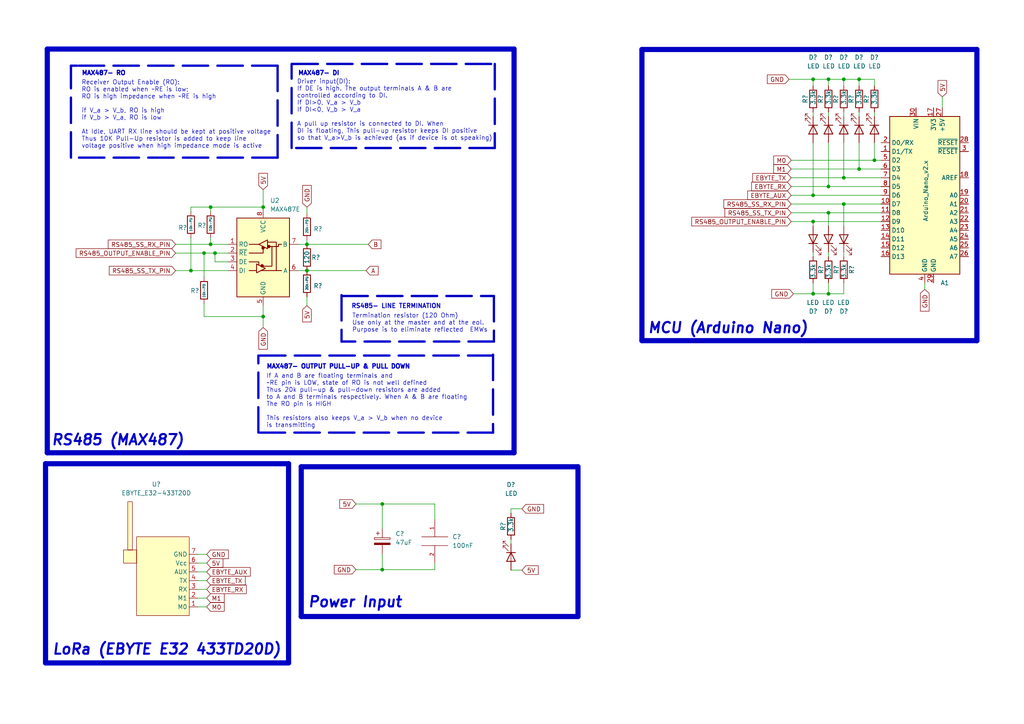
<source format=kicad_sch>
(kicad_sch (version 20211123) (generator eeschema)
  (paper "A4")
  (title_block (title "Device 1 Schematic") (date "2023-02-25") (company "PowerLab"))
  (lib_symbols
    (symbol "Device:C_Polarized" (pin_numbers hide) (pin_names (offset 0.254))
      (property "Reference" "C" (at 0.635 2.54 0))
      (property "Value" "C_Polarized" (at 0.635 -2.54 0))
      (symbol "C_Polarized_0_1"
        (rectangle (start -2.286 0.508) (end 2.286 1.016))
        (polyline (pts (xy -1.778 2.286) (xy -0.762 2.286)))
        (polyline (pts (xy -1.27 2.794) (xy -1.27 1.778)))
        (rectangle (start 2.286 -0.508) (end -2.286 -1.016) (fill (type outline)))
      )
      (symbol "C_Polarized_1_1"
        (pin passive line (at 0 3.81 270) (length 2.794) (name "~") (number "1"))
        (pin passive line (at 0 -3.81 90) (length 2.794) (name "~") (number "2"))
      )
    )
    (symbol "Device:LED" (pin_numbers hide) (pin_names (offset 1.016) hide)
      (property "Reference" "D" (at 0 2.54 0))
      (property "Value" "LED" (at 0 -2.54 0))
      (symbol "LED_0_1"
        (polyline (pts (xy -1.27 -1.27) (xy -1.27 1.27)) (stroke (width 0.254)))
        (polyline (pts (xy -1.27 0) (xy 1.27 0)))
        (polyline (pts (xy 1.27 -1.27) (xy 1.27 1.27) (xy -1.27 0) (xy 1.27 -1.27)) (stroke (width 0.254)))
        (polyline (pts (xy -3.048 -0.762) (xy -4.572 -2.286) (xy -3.81 -2.286) (xy -4.572 -2.286) (xy -4.572 -1.524)))
        (polyline (pts (xy -1.778 -0.762) (xy -3.302 -2.286) (xy -2.54 -2.286) (xy -3.302 -2.286) (xy -3.302 -1.524)))
      )
      (symbol "LED_1_1"
        (pin passive line (at -3.81 0 0) (length 2.54) (name "K") (number "1"))
        (pin passive line (at 3.81 0 180) (length 2.54) (name "A") (number "2"))
      )
    )
    (symbol "Device:R" (pin_numbers hide) (pin_names (offset 0))
      (property "Reference" "R" (at 2.032 0 90))
      (property "Value" "R" (at 0 0 90))
      (symbol "R_0_1"
        (rectangle (start -1.016 -2.54) (end 1.016 2.54) (stroke (width 0.254)))
      )
      (symbol "R_1_1"
        (pin passive line (at 0 3.81 270) (length 1.27) (name "~") (number "1"))
        (pin passive line (at 0 -3.81 90) (length 1.27) (name "~") (number "2"))
      )
    )
    (symbol "Interface_UART:MAX487E"
      (property "Reference" "U" (at -6.096 11.43 0))
      (property "Value" "MAX487E" (at 0.762 11.43 0))
      (symbol "MAX487E_0_1"
        (rectangle (start -7.62 10.16) (end 7.62 -12.7) (stroke (width 0.254)) (fill (type background)))
        (circle (center -0.3048 -3.683) (radius 0.3556) (stroke (width 0.254)) (fill (type outline)))
        (circle (center -0.0254 1.4986) (radius 0.3556) (stroke (width 0.254)) (fill (type outline)))
        (polyline (pts (xy -4.064 -5.08) (xy -1.905 -5.08)) (stroke (width 0.254)))
        (polyline (pts (xy -4.064 2.54) (xy -1.27 2.54)) (stroke (width 0.254)))
        (polyline (pts (xy -1.27 -3.2004) (xy -1.27 -3.4544)) (stroke (width 0.254)))
        (polyline (pts (xy -0.635 -5.08) (xy 5.334 -5.08)) (stroke (width 0.254)))
        (polyline (pts (xy -4.064 -2.54) (xy -1.27 -2.54) (xy -1.27 -3.175)) (stroke (width 0.254)))
        (polyline (pts (xy 0 1.27) (xy 0 0) (xy -4.064 0)) (stroke (width 0.254)))
        (polyline (pts (xy 1.27 3.175) (xy 3.81 3.175) (xy 3.81 -5.08)) (stroke (width 0.254)))
        (polyline (pts (xy 2.54 1.905) (xy 2.54 -3.81) (xy 0 -3.81)) (stroke (width 0.254)))
        (polyline (pts (xy -1.905 -3.175) (xy -1.905 -5.715) (xy 0.635 -4.445) (xy -1.905 -3.175)) (stroke (width 0.254)))
        (polyline (pts (xy -1.27 2.54) (xy 1.27 3.81) (xy 1.27 1.27) (xy -1.27 2.54)) (stroke (width 0.254)))
        (polyline (pts (xy 1.905 1.905) (xy 4.445 1.905) (xy 4.445 2.54) (xy 5.334 2.54)) (stroke (width 0.254)))
        (rectangle (start 1.27 3.175) (end 1.27 3.175))
        (circle (center 1.651 1.905) (radius 0.3556) (stroke (width 0.254)) (fill (type outline)))
      )
      (symbol "MAX487E_1_1"
        (pin output line (at -10.16 2.54 0) (length 2.54) (name "RO") (number "1"))
        (pin input line (at -10.16 0 0) (length 2.54) (name "~{RE}") (number "2"))
        (pin input line (at -10.16 -2.54 0) (length 2.54) (name "DE") (number "3"))
        (pin input line (at -10.16 -5.08 0) (length 2.54) (name "DI") (number "4"))
        (pin power_in line (at 0 -15.24 90) (length 2.54) (name "GND") (number "5"))
        (pin bidirectional line (at 10.16 -5.08 180) (length 2.54) (name "A") (number "6"))
        (pin bidirectional line (at 10.16 2.54 180) (length 2.54) (name "B") (number "7"))
        (pin power_in line (at 0 12.7 270) (length 2.54) (name "VCC") (number "8"))
      )
    )
    (symbol "MCU_Module:Arduino_Nano_v2.x"
      (property "Reference" "A" (at -10.16 23.495 0))
      (property "Value" "Arduino_Nano_v2.x" (at 5.08 -24.13 0))
      (symbol "Arduino_Nano_v2.x_0_1"
        (rectangle (start -10.16 22.86) (end 10.16 -22.86) (stroke (width 0.254)) (fill (type background)))
      )
      (symbol "Arduino_Nano_v2.x_1_1"
        (pin bidirectional line (at -12.7 12.7 0) (length 2.54) (name "D1/TX") (number "1"))
        (pin bidirectional line (at -12.7 -2.54 0) (length 2.54) (name "D7") (number "10"))
        (pin bidirectional line (at -12.7 -5.08 0) (length 2.54) (name "D8") (number "11"))
        (pin bidirectional line (at -12.7 -7.62 0) (length 2.54) (name "D9") (number "12"))
        (pin bidirectional line (at -12.7 -10.16 0) (length 2.54) (name "D10") (number "13"))
        (pin bidirectional line (at -12.7 -12.7 0) (length 2.54) (name "D11") (number "14"))
        (pin bidirectional line (at -12.7 -15.24 0) (length 2.54) (name "D12") (number "15"))
        (pin bidirectional line (at -12.7 -17.78 0) (length 2.54) (name "D13") (number "16"))
        (pin power_out line (at 2.54 25.4 270) (length 2.54) (name "3V3") (number "17"))
        (pin input line (at 12.7 5.08 180) (length 2.54) (name "AREF") (number "18"))
        (pin bidirectional line (at 12.7 0 180) (length 2.54) (name "A0") (number "19"))
        (pin bidirectional line (at -12.7 15.24 0) (length 2.54) (name "D0/RX") (number "2"))
        (pin bidirectional line (at 12.7 -2.54 180) (length 2.54) (name "A1") (number "20"))
        (pin bidirectional line (at 12.7 -5.08 180) (length 2.54) (name "A2") (number "21"))
        (pin bidirectional line (at 12.7 -7.62 180) (length 2.54) (name "A3") (number "22"))
        (pin bidirectional line (at 12.7 -10.16 180) (length 2.54) (name "A4") (number "23"))
        (pin bidirectional line (at 12.7 -12.7 180) (length 2.54) (name "A5") (number "24"))
        (pin bidirectional line (at 12.7 -15.24 180) (length 2.54) (name "A6") (number "25"))
        (pin bidirectional line (at 12.7 -17.78 180) (length 2.54) (name "A7") (number "26"))
        (pin power_out line (at 5.08 25.4 270) (length 2.54) (name "+5V") (number "27"))
        (pin input line (at 12.7 15.24 180) (length 2.54) (name "~{RESET}") (number "28"))
        (pin power_in line (at 2.54 -25.4 90) (length 2.54) (name "GND") (number "29"))
        (pin input line (at 12.7 12.7 180) (length 2.54) (name "~{RESET}") (number "3"))
        (pin power_in line (at -2.54 25.4 270) (length 2.54) (name "VIN") (number "30"))
        (pin power_in line (at 0 -25.4 90) (length 2.54) (name "GND") (number "4"))
        (pin bidirectional line (at -12.7 10.16 0) (length 2.54) (name "D2") (number "5"))
        (pin bidirectional line (at -12.7 7.62 0) (length 2.54) (name "D3") (number "6"))
        (pin bidirectional line (at -12.7 5.08 0) (length 2.54) (name "D4") (number "7"))
        (pin bidirectional line (at -12.7 2.54 0) (length 2.54) (name "D5") (number "8"))
        (pin bidirectional line (at -12.7 0 0) (length 2.54) (name "D6") (number "9"))
      )
    )
    (symbol "device_1_project_symbols:EBYTE_E32-433T20D"
      (property "Reference" "U" (at -6.35 11.43 0))
      (property "Value" "EBYTE_E32-433T20D" (at -5.08 -1.27 90))
      (symbol "EBYTE_E32-433T20D_0_1"
        (rectangle (start -10.16 6.35) (end -8.89 20.32) (fill (type background)))
        (rectangle (start -7.62 6.35) (end -11.43 2.54) (fill (type background)))
        (rectangle (start -7.62 10.16) (end 7.62 -12.7) (fill (type background)))
      )
      (symbol "EBYTE_E32-433T20D_1_1"
        (pin input line (at 10.16 -10.16 180) (length 2.54) (name "M0") (number "1"))
        (pin input line (at 10.16 -7.62 180) (length 2.54) (name "M1") (number "2"))
        (pin input line (at 10.16 -5.08 180) (length 2.54) (name "RX") (number "3"))
        (pin input line (at 10.16 -2.54 180) (length 2.54) (name "TX") (number "4"))
        (pin input line (at 10.16 0 180) (length 2.54) (name "AUX") (number "5"))
        (pin input line (at 10.16 2.54 180) (length 2.54) (name "Vcc") (number "6"))
        (pin input line (at 10.16 5.08 180) (length 2.54) (name "GND") (number "7"))
      )
    )
    (symbol "pspice:C" (pin_names (offset 0.254))
      (property "Reference" "C" (at 2.54 3.81 90))
      (property "Value" "C" (at 2.54 -3.81 90))
      (symbol "C_0_1"
        (polyline (pts (xy -3.81 -1.27) (xy 3.81 -1.27)))
        (polyline (pts (xy -3.81 1.27) (xy 3.81 1.27)))
      )
      (symbol "C_1_1"
        (pin passive line (at 0 6.35 270) (length 5.08) (name "~") (number "1"))
        (pin passive line (at 0 -6.35 90) (length 5.08) (name "~") (number "2"))
      )
    )
  )
  (junction (at 240.284 61.722))
  (junction (at 61.087 60.071))
  (junction (at 110.871 165.227))
  (junction (at 240.284 85.217))
  (junction (at 244.729 22.987))
  (junction (at 253.619 46.482))
  (junction (at 62.357 73.406))
  (junction (at 76.327 60.071))
  (junction (at 244.729 51.562))
  (junction (at 240.284 22.987))
  (junction (at 110.871 146.177))
  (junction (at 249.174 22.987))
  (junction (at 235.839 22.987))
  (junction (at 249.174 49.022))
  (junction (at 89.027 70.866))
  (junction (at 240.284 54.102))
  (junction (at 235.839 85.217))
  (junction (at 235.839 56.642))
  (junction (at 59.182 73.406))
  (junction (at 235.839 64.262))
  (junction (at 76.327 91.821))
  (junction (at 61.087 70.866))
  (junction (at 55.372 78.486))
  (junction (at 89.027 78.486))
  (junction (at 244.729 59.182))
  (wire (pts (xy 268.224 82.042) (xy 268.224 83.947)))
  (wire (pts (xy 240.284 22.987) (xy 244.729 22.987)))
  (polyline (pts (xy 99.06 85.598) (xy 99.06 99.06)) (stroke (width 0.67)))
  (wire (pts (xy 110.871 160.782) (xy 110.871 165.227)))
  (wire (pts (xy 249.174 22.987) (xy 253.619 22.987)))
  (wire (pts (xy 55.372 68.961) (xy 55.372 78.486)))
  (polyline (pts (xy 20.574 45.72) (xy 20.574 19.05)) (stroke (width 0.67)))
  (polyline (pts (xy 22.86 19.05) (xy 80.518 19.05)) (stroke (width 0.67)))
  (wire (pts (xy 235.839 33.782) (xy 235.839 32.512)))
  (polyline (pts (xy 83.693 192.278) (xy 13.208 192.278)) (stroke (width 1.5) (type solid)))
  (wire (pts (xy 235.839 56.642) (xy 255.524 56.642)))
  (wire (pts (xy 249.174 22.987) (xy 249.174 24.892)))
  (wire (pts (xy 50.927 70.866) (xy 61.087 70.866)))
  (wire (pts (xy 249.174 33.782) (xy 249.174 32.512)))
  (wire (pts (xy 59.182 73.406) (xy 62.357 73.406)))
  (wire (pts (xy 244.729 59.182) (xy 244.729 65.532)))
  (wire (pts (xy 249.174 41.402) (xy 249.174 49.022)))
  (wire (pts (xy 235.839 64.262) (xy 235.839 65.532)))
  (wire (pts (xy 148.209 157.734) (xy 148.209 156.464)))
  (wire (pts (xy 235.839 73.152) (xy 235.839 74.422)))
  (wire (pts (xy 273.304 28.067) (xy 273.304 31.242)))
  (wire (pts (xy 229.489 54.102) (xy 240.284 54.102)))
  (wire (pts (xy 59.182 91.821) (xy 76.327 91.821)))
  (polyline (pts (xy 143.002 102.87) (xy 143.002 125.476)) (stroke (width 0.67)))
  (wire (pts (xy 126.111 163.322) (xy 126.111 165.227)))
  (polyline (pts (xy 84.836 18.542) (xy 143.51 18.542)) (stroke (width 0.67)))
  (wire (pts (xy 103.251 146.177) (xy 110.871 146.177)))
  (wire (pts (xy 126.111 146.177) (xy 126.111 150.622)))
  (wire (pts (xy 244.729 73.152) (xy 244.729 74.422)))
  (wire (pts (xy 57.404 170.942) (xy 59.944 170.942)))
  (polyline (pts (xy 186.182 14.351) (xy 186.182 98.806)) (stroke (width 1.5) (type solid)))
  (polyline (pts (xy 20.574 19.05) (xy 22.352 19.05)) (stroke (width 0.67)))
  (wire (pts (xy 62.357 75.946) (xy 66.167 75.946)))
  (wire (pts (xy 244.729 59.182) (xy 255.524 59.182)))
  (wire (pts (xy 229.489 59.182) (xy 244.729 59.182)))
  (wire (pts (xy 228.854 22.987) (xy 235.839 22.987)))
  (wire (pts (xy 61.087 60.071) (xy 55.372 60.071)))
  (polyline (pts (xy 143.256 99.06) (xy 99.06 99.06)) (stroke (width 0.67)))
  (wire (pts (xy 244.729 82.042) (xy 244.729 85.217)))
  (wire (pts (xy 240.284 82.042) (xy 240.284 85.217)))
  (wire (pts (xy 57.404 168.402) (xy 59.944 168.402)))
  (polyline (pts (xy 143.51 42.926) (xy 84.582 42.926)) (stroke (width 0.67)))
  (polyline (pts (xy 167.64 135.382) (xy 167.64 178.816)) (stroke (width 1.5) (type solid)))
  (wire (pts (xy 148.209 147.574) (xy 148.209 148.844)))
  (wire (pts (xy 62.357 73.406) (xy 62.357 75.946)))
  (wire (pts (xy 89.027 60.071) (xy 89.027 61.976)))
  (wire (pts (xy 59.182 80.391) (xy 59.182 73.406)))
  (wire (pts (xy 110.871 146.177) (xy 110.871 153.162)))
  (polyline (pts (xy 83.693 134.493) (xy 83.693 192.278)) (stroke (width 1.5) (type solid)))
  (wire (pts (xy 89.027 78.486) (xy 106.172 78.486)))
  (wire (pts (xy 240.284 54.102) (xy 255.524 54.102)))
  (wire (pts (xy 103.251 165.227) (xy 110.871 165.227)))
  (polyline (pts (xy 75.438 103.124) (xy 143.002 103.124)) (stroke (width 0.67)))
  (wire (pts (xy 86.487 78.486) (xy 89.027 78.486)))
  (wire (pts (xy 110.871 165.227) (xy 126.111 165.227)))
  (wire (pts (xy 235.839 85.217) (xy 240.284 85.217)))
  (wire (pts (xy 76.327 54.991) (xy 76.327 60.071)))
  (wire (pts (xy 229.489 56.642) (xy 235.839 56.642)))
  (polyline (pts (xy 143.256 85.852) (xy 143.256 99.06)) (stroke (width 0.67)))
  (polyline (pts (xy 13.716 14.224) (xy 13.716 131.318)) (stroke (width 1.5) (type solid)))
  (polyline (pts (xy 283.337 98.806) (xy 186.182 98.806)) (stroke (width 1.5) (type solid)))
  (wire (pts (xy 57.404 160.782) (xy 59.944 160.782)))
  (polyline (pts (xy 143.51 18.542) (xy 143.51 42.926)) (stroke (width 0.67)))
  (wire (pts (xy 76.327 60.071) (xy 76.327 60.706)))
  (wire (pts (xy 240.284 33.782) (xy 240.284 32.512)))
  (polyline (pts (xy 149.098 14.224) (xy 149.098 131.318)) (stroke (width 1.5) (type solid)))
  (wire (pts (xy 59.182 88.011) (xy 59.182 91.821)))
  (wire (pts (xy 76.327 91.821) (xy 76.327 94.996)))
  (polyline (pts (xy 13.208 134.493) (xy 13.208 192.278)) (stroke (width 1.5) (type solid)))
  (wire (pts (xy 66.167 73.406) (xy 62.357 73.406)))
  (wire (pts (xy 244.729 33.782) (xy 244.729 32.512)))
  (wire (pts (xy 230.124 85.217) (xy 235.839 85.217)))
  (polyline (pts (xy 143.002 125.476) (xy 74.93 125.476)) (stroke (width 0.67)))
  (polyline (pts (xy 84.582 18.542) (xy 84.582 18.542)))
  (wire (pts (xy 240.284 22.987) (xy 240.284 24.892)))
  (wire (pts (xy 61.087 68.961) (xy 61.087 70.866)))
  (wire (pts (xy 240.284 41.402) (xy 240.284 54.102)))
  (wire (pts (xy 61.087 60.071) (xy 61.087 61.341)))
  (wire (pts (xy 249.174 49.022) (xy 255.524 49.022)))
  (wire (pts (xy 89.027 70.866) (xy 106.807 70.866)))
  (wire (pts (xy 55.372 78.486) (xy 66.167 78.486)))
  (wire (pts (xy 229.489 49.022) (xy 249.174 49.022)))
  (wire (pts (xy 240.284 61.722) (xy 255.524 61.722)))
  (wire (pts (xy 240.284 61.722) (xy 240.284 65.532)))
  (wire (pts (xy 244.729 22.987) (xy 244.729 24.892)))
  (polyline (pts (xy 186.182 14.351) (xy 283.337 14.351)) (stroke (width 1.5) (type solid)))
  (wire (pts (xy 235.839 41.402) (xy 235.839 56.642)))
  (wire (pts (xy 57.404 165.862) (xy 59.944 165.862)))
  (polyline (pts (xy 80.518 19.05) (xy 80.518 45.72)) (stroke (width 0.67)))
  (wire (pts (xy 57.404 173.482) (xy 59.944 173.482)))
  (wire (pts (xy 229.489 46.482) (xy 253.619 46.482)))
  (wire (pts (xy 86.487 70.866) (xy 89.027 70.866)))
  (wire (pts (xy 50.927 78.486) (xy 55.372 78.486)))
  (wire (pts (xy 244.729 41.402) (xy 244.729 51.562)))
  (wire (pts (xy 235.839 22.987) (xy 235.839 24.892)))
  (wire (pts (xy 253.619 22.987) (xy 253.619 24.892)))
  (wire (pts (xy 244.729 22.987) (xy 249.174 22.987)))
  (polyline (pts (xy 167.64 178.816) (xy 87.376 178.816)) (stroke (width 1.5) (type solid)))
  (polyline (pts (xy 149.098 131.318) (xy 13.716 131.318)) (stroke (width 1.5) (type solid)))
  (wire (pts (xy 57.404 176.022) (xy 59.944 176.022)))
  (wire (pts (xy 235.839 64.262) (xy 255.524 64.262)))
  (polyline (pts (xy 99.314 85.852) (xy 143.256 85.852)) (stroke (width 0.67)))
  (polyline (pts (xy 13.208 134.493) (xy 83.693 134.493)) (stroke (width 1.5) (type solid)))
  (wire (pts (xy 55.372 60.071) (xy 55.372 61.341)))
  (polyline (pts (xy 87.376 135.382) (xy 87.376 178.816)) (stroke (width 1.5) (type solid)))
  (wire (pts (xy 76.327 60.071) (xy 61.087 60.071)))
  (wire (pts (xy 89.027 86.106) (xy 89.027 88.646)))
  (wire (pts (xy 151.384 147.574) (xy 148.209 147.574)))
  (wire (pts (xy 151.384 165.354) (xy 148.209 165.354)))
  (wire (pts (xy 229.489 64.262) (xy 235.839 64.262)))
  (polyline (pts (xy 283.337 14.351) (xy 283.337 98.806)) (stroke (width 1.5) (type solid)))
  (wire (pts (xy 253.619 33.782) (xy 253.619 32.512)))
  (polyline (pts (xy 84.582 42.926) (xy 84.582 18.542)) (stroke (width 0.67)))
  (wire (pts (xy 229.489 51.562) (xy 244.729 51.562)))
  (wire (pts (xy 89.027 69.596) (xy 89.027 70.866)))
  (polyline (pts (xy 74.93 125.476) (xy 74.93 103.124)) (stroke (width 0.67)))
  (polyline (pts (xy 13.716 14.224) (xy 149.098 14.224)) (stroke (width 1.5) (type solid)))
  (wire (pts (xy 76.327 88.646) (xy 76.327 91.821)))
  (wire (pts (xy 235.839 22.987) (xy 240.284 22.987)))
  (wire (pts (xy 253.619 46.482) (xy 255.524 46.482)))
  (wire (pts (xy 110.871 146.177) (xy 126.111 146.177)))
  (wire (pts (xy 240.284 85.217) (xy 244.729 85.217)))
  (wire (pts (xy 253.619 41.402) (xy 253.619 46.482)))
  (wire (pts (xy 244.729 51.562) (xy 255.524 51.562)))
  (wire (pts (xy 50.927 73.406) (xy 59.182 73.406)))
  (polyline (pts (xy 87.376 135.382) (xy 167.64 135.382)) (stroke (width 1.5) (type solid)))
  (polyline (pts (xy 80.518 45.72) (xy 20.574 45.72)) (stroke (width 0.67)))
  (wire (pts (xy 229.489 61.722) (xy 240.284 61.722)))
  (wire (pts (xy 235.839 82.042) (xy 235.839 85.217)))
  (wire (pts (xy 61.087 70.866) (xy 66.167 70.866)))
  (wire (pts (xy 240.284 73.152) (xy 240.284 74.422)))
  (wire (pts (xy 57.404 163.322) (xy 59.944 163.322)))
  (text "MAX487- OUTPUT PULL-UP & PULL DOWN\n" (at 77.216 107.188 0) (effects (font (size 1.27 1.27) (thickness 0.4) bold) (justify left bottom)))
  (text "RS485- LINE TERMINATION\n" (at 101.854 89.662 0) (effects (font (size 1.27 1.27) (thickness 0.254) bold) (justify left bottom)))
  (text "RS485 (MAX487)" (at 14.732 129.54 0) (effects (font (size 3 3) (thickness 0.6) bold italic) (justify left bottom)))
  (text "Driver input(DI):\nIf DE is high. The output terminals A & B are \ncontrolled according to DI.\nIf DI>0, V_a > V_b\nIf DI<0, V_b > V_a\n\nA pull up resistor is connected to DI. When\nDI is floating, This pull-up resistor keeps DI positive\nso that V_a>V_b is achieved (as if device is ot speaking)\n" (at 86.106 40.894 0) (effects (font (size 1.27 1.27) (thickness 0.134) bold) (justify left bottom)))
  (text "If A and B are floating terminals and\n~RE pin is LOW, state of RO is not well defined\nThus 20k pull-up & pull-down resistors are added\nto A and B terminals respectively. When A & B are floating\nThe RO pin is HIGH\n\nThis resistors also keeps V_a > V_b when no device\nis transmitting" (at 77.216 124.206 0) (effects (font (size 1.27 1.27) (thickness 0.134) bold) (justify left bottom)))
  (text "MAX487- RO" (at 23.622 22.098 0) (effects (font (size 1.27 1.27) (thickness 0.4) bold) (justify left bottom)))
  (text "MAX487- DI" (at 86.36 22.098 0) (effects (font (size 1.27 1.27) (thickness 0.4) bold) (justify left bottom)))
  (text "Power Input\n" (at 89.154 176.53 0) (effects (font (size 3 3) (thickness 0.6) bold italic) (justify left bottom)))
  (text "Receiver Output Enable (RO):\nRO is enabled when ~RE is low; \nRO is high impedance when ~RE is high\n\nif V_a > V_b, RO is high\nif V_b > V_a, RO is low\n\nAt Idle, UART RX line should be kept at positive voltage\nThus 10K Pull-Up resistor is added to keep line\nvoltage positive when high impedance mode is active" (at 23.622 43.18 0) (effects (font (size 1.27 1.27) (thickness 0.134) bold) (justify left bottom)))
  (text "Termination resistor (120 Ohm)\nUse only at the master and at the eol.\nPurpose is to eliminate reflected  EMWs" (at 102.108 96.52 0) (effects (font (size 1.27 1.27) (thickness 0.134) bold) (justify left bottom)))
  (text "LoRa (EBYTE E32 433TD20D)\n" (at 14.986 190.246 0) (effects (font (size 3 3) (thickness 0.6) bold italic) (justify left bottom)))
  (text "MCU (Arduino Nano)\n" (at 187.706 97.028 0) (effects (font (size 3 3) (thickness 0.6) bold italic) (justify left bottom)))
  (global_label "GND" (shape input) (at 89.027 60.071 90) (property "Intersheet References" "${INTERSHEET_REFS}" (effects hide)))
  (global_label "EBYTE_AUX" (shape input) (at 59.944 165.862 0) (property "Intersheet References" "${INTERSHEET_REFS}" (effects hide)))
  (global_label "RS485_OUTPUT_ENABLE_PIN" (shape input) (at 229.489 64.262 180) (property "Intersheet References" "${INTERSHEET_REFS}" (effects hide)))
  (global_label "GND" (shape input) (at 103.251 165.227 180) (property "Intersheet References" "${INTERSHEET_REFS}" (effects hide)))
  (global_label "5V" (shape input) (at 103.251 146.177 180) (property "Intersheet References" "${INTERSHEET_REFS}" (effects hide)))
  (global_label "RS485_SS_RX_PIN" (shape input) (at 229.489 59.182 180) (property "Intersheet References" "${INTERSHEET_REFS}" (effects hide)))
  (global_label "GND" (shape input) (at 59.944 160.782 0) (property "Intersheet References" "${INTERSHEET_REFS}" (effects hide)))
  (global_label "B" (shape input) (at 106.807 70.866 0) (property "Intersheet References" "${INTERSHEET_REFS}" (effects hide)))
  (global_label "RS485_SS_RX_PIN" (shape input) (at 50.927 70.866 180) (property "Intersheet References" "${INTERSHEET_REFS}" (effects hide)))
  (global_label "5V" (shape input) (at 151.384 165.354 0) (property "Intersheet References" "${INTERSHEET_REFS}" (effects hide)))
  (global_label "EBYTE_AUX" (shape input) (at 229.489 56.642 180) (property "Intersheet References" "${INTERSHEET_REFS}" (effects hide)))
  (global_label "RS485_SS_TX_PIN" (shape input) (at 229.489 61.722 180) (property "Intersheet References" "${INTERSHEET_REFS}" (effects hide)))
  (global_label "5V" (shape input) (at 273.304 28.067 90) (property "Intersheet References" "${INTERSHEET_REFS}" (effects hide)))
  (global_label "GND" (shape input) (at 268.224 83.947 270) (property "Intersheet References" "${INTERSHEET_REFS}" (effects hide)))
  (global_label "M1" (shape input) (at 59.944 173.482 0) (property "Intersheet References" "${INTERSHEET_REFS}" (effects hide)))
  (global_label "RS485_SS_TX_PIN" (shape input) (at 50.927 78.486 180) (property "Intersheet References" "${INTERSHEET_REFS}" (effects hide)))
  (global_label "5V" (shape input) (at 76.327 54.991 90) (property "Intersheet References" "${INTERSHEET_REFS}" (effects hide)))
  (global_label "GND" (shape input) (at 76.327 94.996 270) (property "Intersheet References" "${INTERSHEET_REFS}" (effects hide)))
  (global_label "M0" (shape input) (at 59.944 176.022 0) (property "Intersheet References" "${INTERSHEET_REFS}" (effects hide)))
  (global_label "GND" (shape input) (at 151.384 147.574 0) (property "Intersheet References" "${INTERSHEET_REFS}" (effects hide)))
  (global_label "GND" (shape input) (at 228.854 22.987 180) (property "Intersheet References" "${INTERSHEET_REFS}" (effects hide)))
  (global_label "RS485_OUTPUT_ENABLE_PIN" (shape input) (at 50.927 73.406 180) (property "Intersheet References" "${INTERSHEET_REFS}" (effects hide)))
  (global_label "EBYTE_TX" (shape input) (at 59.944 168.402 0) (property "Intersheet References" "${INTERSHEET_REFS}" (effects hide)))
  (global_label "GND" (shape input) (at 230.124 85.217 180) (property "Intersheet References" "${INTERSHEET_REFS}" (effects hide)))
  (global_label "EBYTE_TX" (shape input) (at 229.489 51.562 180) (property "Intersheet References" "${INTERSHEET_REFS}" (effects hide)))
  (global_label "5V" (shape input) (at 59.944 163.322 0) (property "Intersheet References" "${INTERSHEET_REFS}" (effects hide)))
  (global_label "M1" (shape input) (at 229.489 49.022 180) (property "Intersheet References" "${INTERSHEET_REFS}" (effects hide)))
  (global_label "M0" (shape input) (at 229.489 46.482 180) (property "Intersheet References" "${INTERSHEET_REFS}" (effects hide)))
  (global_label "EBYTE_RX" (shape input) (at 229.489 54.102 180) (property "Intersheet References" "${INTERSHEET_REFS}" (effects hide)))
  (global_label "EBYTE_RX" (shape input) (at 59.944 170.942 0) (property "Intersheet References" "${INTERSHEET_REFS}" (effects hide)))
  (global_label "A" (shape input) (at 106.172 78.486 0) (property "Intersheet References" "${INTERSHEET_REFS}" (effects hide)))
  (global_label "5V" (shape input) (at 89.027 88.646 270) (property "Intersheet References" "${INTERSHEET_REFS}" (effects hide)))
  (symbol (lib_id "Device:R") (at 148.209 152.654 180) (unit 1)
    (property "Reference" "R?" (at 145.923 151.384 90) (effects (justify left)))
    (property "Value" "3.3k" (at 148.209 150.114 90) (effects (justify left)))
  )
  (symbol (lib_id "Device:R") (at 235.839 28.702 180) (unit 1)
    (property "Reference" "R?" (at 233.553 27.432 90) (effects (justify left)))
    (property "Value" "3.3k" (at 235.839 26.162 90) (effects (justify left)))
  )
  (symbol (lib_id "pspice:C") (at 126.111 156.972 0) (unit 1)
    (property "Reference" "C?" (at 131.191 155.7019 0) (effects (justify left)))
    (property "Value" "100nF" (at 131.191 158.2419 0) (effects (justify left)))
  )
  (symbol (lib_id "Device:R") (at 89.027 74.676 0) (unit 1)
    (property "Reference" "R?" (at 90.297 74.676 0) (effects (justify left)))
    (property "Value" "120" (at 89.027 76.581 90) (effects (justify left)))
  )
  (symbol (lib_id "Device:R") (at 240.284 28.702 180) (unit 1)
    (property "Reference" "R?" (at 237.998 27.432 90) (effects (justify left)))
    (property "Value" "3.3k" (at 240.284 26.162 90) (effects (justify left)))
  )
  (symbol (lib_id "Device:R") (at 244.729 28.702 180) (unit 1)
    (property "Reference" "R?" (at 242.443 27.432 90) (effects (justify left)))
    (property "Value" "3.3k" (at 244.729 26.162 90) (effects (justify left)))
  )
  (symbol (lib_id "Device:LED") (at 249.174 37.592 270) (unit 1)
    (property "Reference" "D?" (at 250.444 16.637 90) (effects (justify right)))
    (property "Value" "LED" (at 251.079 19.177 90) (effects (justify right)))
  )
  (symbol (lib_id "device_1_project_symbols:EBYTE_E32-433T20D") (at 47.244 165.862 0) (unit 1)
    (property "Reference" "U?" (at 45.339 140.462 0))
    (property "Value" "EBYTE_E32-433T20D" (at 45.339 143.002 0))
  )
  (symbol (lib_id "Device:R") (at 61.087 65.151 0) (unit 1)
    (property "Reference" "R?" (at 57.277 65.405 0) (effects (justify left)))
    (property "Value" "10k-PU" (at 61.087 67.056 90) (effects (font (size 0.67 0.67)) (justify left)))
  )
  (symbol (lib_id "Device:LED") (at 148.209 161.544 270) (unit 1)
    (property "Reference" "D?" (at 149.479 140.589 90) (effects (justify right)))
    (property "Value" "LED" (at 150.114 143.129 90) (effects (justify right)))
  )
  (symbol (lib_id "Device:R") (at 240.284 78.232 0) (unit 1)
    (property "Reference" "R?" (at 242.57 79.502 90) (effects (justify left)))
    (property "Value" "3.3k" (at 240.284 80.772 90) (effects (justify left)))
  )
  (symbol (lib_id "Device:R") (at 249.174 28.702 180) (unit 1)
    (property "Reference" "R?" (at 246.888 27.432 90) (effects (justify left)))
    (property "Value" "3.3k" (at 249.174 26.162 90) (effects (justify left)))
  )
  (symbol (lib_id "MCU_Module:Arduino_Nano_v2.x") (at 268.224 56.642 0) (unit 1)
    (property "Reference" "A1" (at 272.7834 82.042 0) (effects (justify left)))
    (property "Value" "Arduino_Nano_v2.x" (at 268.478 64.262 90) (effects (justify left)))
    (property "Footprint" "Module:Arduino_Nano" (effects hide))
    (property "Datasheet" "https://www.arduino.cc/en/uploads/Main/ArduinoNanoManual23.pdf" (effects hide))
  )
  (symbol (lib_id "Device:C_Polarized") (at 110.871 156.972 0) (unit 1)
    (property "Reference" "C?" (at 114.681 154.8129 0) (effects (justify left)))
    (property "Value" "47uF" (at 114.681 157.3529 0) (effects (justify left)))
  )
  (symbol (lib_id "Device:R") (at 89.027 82.296 0) (unit 1)
    (property "Reference" "R?" (at 90.932 82.931 0) (effects (justify left)))
    (property "Value" "20k-PU" (at 89.027 84.201 90) (effects (font (size 0.67 0.67)) (justify left)))
  )
  (symbol (lib_id "Device:LED") (at 253.619 37.592 270) (unit 1)
    (property "Reference" "D?" (at 254.889 16.637 90) (effects (justify right)))
    (property "Value" "LED" (at 255.524 19.177 90) (effects (justify right)))
  )
  (symbol (lib_id "Device:LED") (at 240.284 37.592 270) (unit 1)
    (property "Reference" "D?" (at 241.554 16.637 90) (effects (justify right)))
    (property "Value" "LED" (at 242.189 19.177 90) (effects (justify right)))
  )
  (symbol (lib_id "Device:R") (at 59.182 84.201 180) (unit 1)
    (property "Reference" "R?" (at 56.515 84.328 0))
    (property "Value" "10k-PD" (at 59.182 84.328 90) (effects (font (size 0.67 0.67))))
  )
  (symbol (lib_id "Device:R") (at 253.619 28.702 180) (unit 1)
    (property "Reference" "R?" (at 251.333 27.432 90) (effects (justify left)))
    (property "Value" "3.3k" (at 253.619 26.162 90) (effects (justify left)))
  )
  (symbol (lib_id "Device:R") (at 244.729 78.232 0) (unit 1)
    (property "Reference" "R?" (at 247.015 79.502 90) (effects (justify left)))
    (property "Value" "3.3k" (at 244.729 80.772 90) (effects (justify left)))
  )
  (symbol (lib_id "Device:R") (at 55.372 65.151 0) (unit 1)
    (property "Reference" "R?" (at 51.689 66.04 0) (effects (justify left)))
    (property "Value" "10k-PU" (at 55.372 67.183 90) (effects (font (size 0.67 0.67)) (justify left)))
  )
  (symbol (lib_id "Device:LED") (at 244.729 37.592 270) (unit 1)
    (property "Reference" "D?" (at 245.999 16.637 90) (effects (justify right)))
    (property "Value" "LED" (at 246.634 19.177 90) (effects (justify right)))
  )
  (symbol (lib_id "Device:LED") (at 235.839 69.342 90) (unit 1)
    (property "Reference" "D?" (at 234.569 90.297 90) (effects (justify right)))
    (property "Value" "LED" (at 233.934 87.757 90) (effects (justify right)))
  )
  (symbol (lib_id "Interface_UART:MAX487E") (at 76.327 73.406 0) (unit 1)
    (property "Reference" "U2" (at 78.3464 58.166 0) (effects (justify left)))
    (property "Value" "MAX487E" (at 78.3464 60.706 0) (effects (justify left)))
    (property "Footprint" "Package_DIP:DIP-8_W7.62mm" (effects hide))
    (property "Datasheet" "https://datasheets.maximintegrated.com/en/ds/MAX1487E-MAX491E.pdf" (effects hide))
  )
  (symbol (lib_id "Device:R") (at 89.027 65.786 0) (unit 1)
    (property "Reference" "R?" (at 90.932 66.421 0) (effects (justify left)))
    (property "Value" "20k-PD" (at 89.027 67.691 90) (effects (font (size 0.67 0.67)) (justify left)))
  )
  (symbol (lib_id "Device:LED") (at 235.839 37.592 270) (unit 1)
    (property "Reference" "D?" (at 237.109 16.637 90) (effects (justify right)))
    (property "Value" "LED" (at 237.744 19.177 90) (effects (justify right)))
  )
  (symbol (lib_id "Device:LED") (at 240.284 69.342 90) (unit 1)
    (property "Reference" "D?" (at 239.014 90.297 90) (effects (justify right)))
    (property "Value" "LED" (at 238.379 87.757 90) (effects (justify right)))
  )
  (symbol (lib_id "Device:R") (at 235.839 78.232 0) (unit 1)
    (property "Reference" "R?" (at 238.125 79.502 90) (effects (justify left)))
    (property "Value" "3.3k" (at 235.839 80.772 90) (effects (justify left)))
  )
  (symbol (lib_id "Device:LED") (at 244.729 69.342 90) (unit 1)
    (property "Reference" "D?" (at 243.459 90.297 90) (effects (justify right)))
    (property "Value" "LED" (at 242.824 87.757 90) (effects (justify right)))
  )
)
</source>
